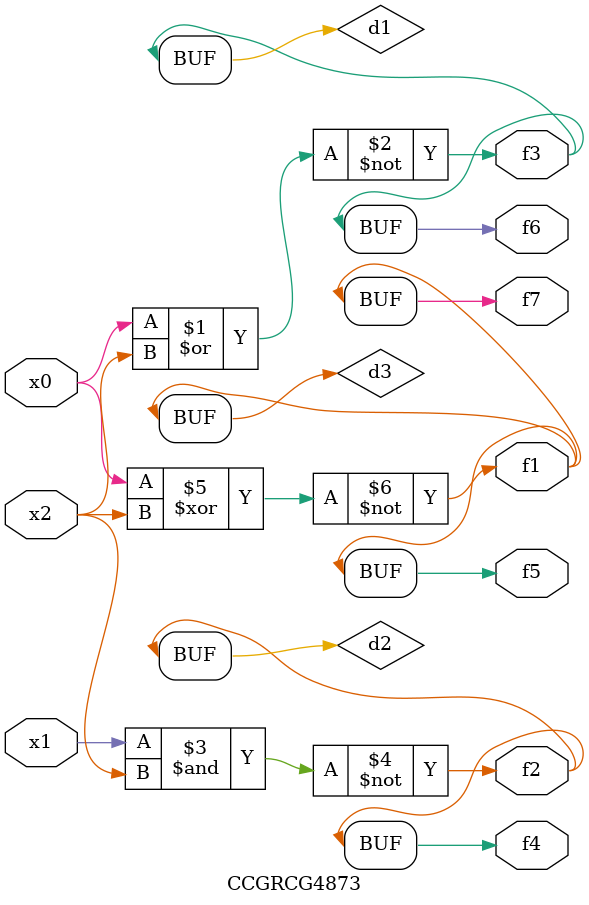
<source format=v>
module CCGRCG4873(
	input x0, x1, x2,
	output f1, f2, f3, f4, f5, f6, f7
);

	wire d1, d2, d3;

	nor (d1, x0, x2);
	nand (d2, x1, x2);
	xnor (d3, x0, x2);
	assign f1 = d3;
	assign f2 = d2;
	assign f3 = d1;
	assign f4 = d2;
	assign f5 = d3;
	assign f6 = d1;
	assign f7 = d3;
endmodule

</source>
